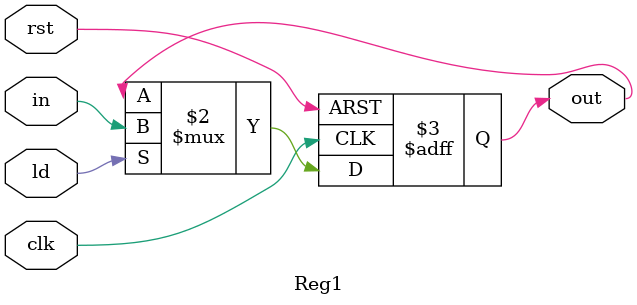
<source format=v>
`timescale 1ns/1ns
module Reg1(input clk, rst, ld, in, output reg out);
	always @(posedge clk, posedge rst) begin
		if(rst) begin
			out <= 1'b0;
		end else begin
			out <= ld ? in : out;
		end
	end
endmodule


</source>
